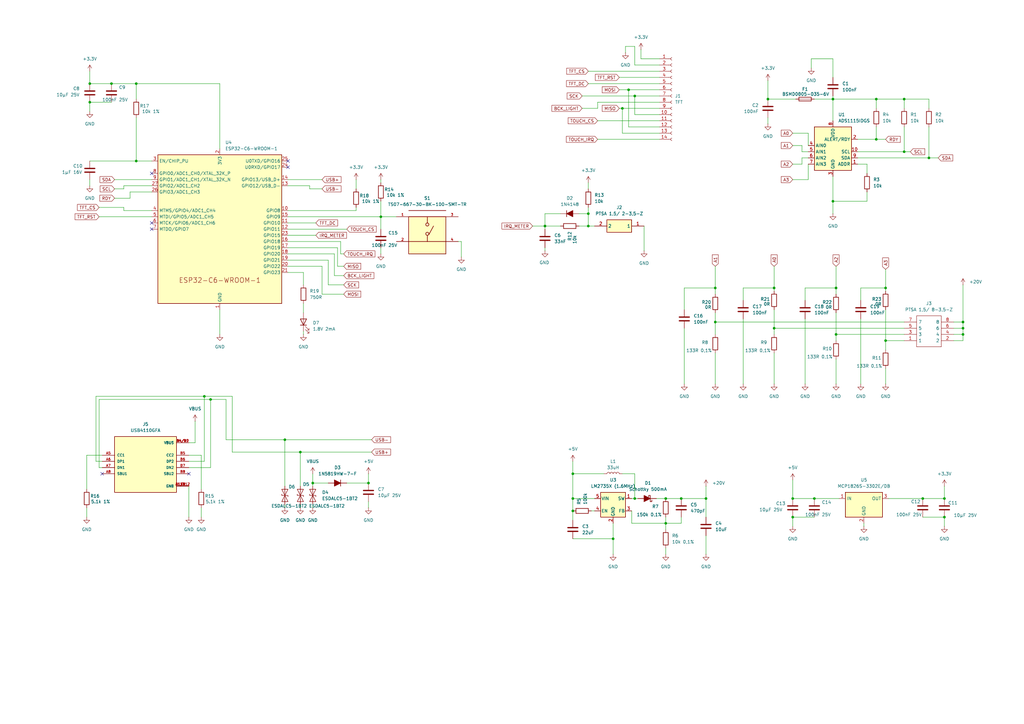
<source format=kicad_sch>
(kicad_sch (version 20250114) (generator "eeschema") (generator_version "9.0")
  (paper "A3")
  (junction (at 394.97 132.08))
  (junction (at 394.97 137.16))
  (junction (at 55.88 66.04))
  (junction (at 370.84 62.23))
  (junction (at 151.13 198.12))
  (junction (at 341.63 82.55))
  (junction (at 86.36 163.83))
  (junction (at 359.41 57.15))
  (junction (at 363.22 139.7))
  (junction (at 293.37 132.08))
  (junction (at 257.81 36.83))
  (junction (at 36.83 41.91))
  (junction (at 317.5 118.11))
  (junction (at 241.3 87.63))
  (junction (at 370.84 40.64))
  (junction (at 359.41 40.64))
  (junction (at 241.3 92.71))
  (junction (at 363.22 118.11))
  (junction (at 325.12 204.47))
  (junction (at 381 64.77))
  (junction (at 156.21 88.9))
  (junction (at 234.95 194.31))
  (junction (at 341.63 40.64))
  (junction (at 378.46 204.47))
  (junction (at 223.52 92.71))
  (junction (at 260.35 204.47))
  (junction (at 293.37 118.11))
  (junction (at 234.95 204.47))
  (junction (at 342.9 118.11))
  (junction (at 260.35 39.37))
  (junction (at 128.27 198.12))
  (junction (at 36.83 34.29))
  (junction (at 83.82 162.56))
  (junction (at 317.5 134.62))
  (junction (at 273.05 204.47))
  (junction (at 255.27 44.45))
  (junction (at 116.84 180.34))
  (junction (at 387.35 204.47))
  (junction (at 394.97 134.62))
  (junction (at 342.9 137.16))
  (junction (at 45.72 34.29))
  (junction (at 234.95 209.55))
  (junction (at 123.19 185.42))
  (junction (at 273.05 214.63))
  (junction (at 314.96 40.64))
  (junction (at 289.56 204.47))
  (junction (at 325.12 212.09))
  (junction (at 387.35 212.09))
  (junction (at 251.46 220.98))
  (junction (at 279.4 204.47))
  (junction (at 55.88 34.29))
  (junction (at 334.01 204.47))
  (no_connect (at 41.91 194.31))
  (no_connect (at 118.11 68.58))
  (no_connect (at 118.11 66.04))
  (no_connect (at 62.23 93.98))
  (no_connect (at 62.23 91.44))
  (no_connect (at 62.23 71.12))
  (no_connect (at 77.47 194.31))
  (wire (pts (xy 234.95 194.31) (xy 247.65 194.31)))
  (wire (pts (xy 83.82 189.23) (xy 83.82 162.56)))
  (wire (pts (xy 82.55 186.69) (xy 82.55 200.66)))
  (wire (pts (xy 40.64 163.83) (xy 86.36 163.83)))
  (wire (pts (xy 35.56 208.28) (xy 35.56 212.09)))
  (wire (pts (xy 330.2 130.81) (xy 330.2 157.48)))
  (wire (pts (xy 341.63 87.63) (xy 341.63 82.55)))
  (wire (pts (xy 118.11 111.76) (xy 124.46 111.76)))
  (wire (pts (xy 234.95 194.31) (xy 234.95 189.23)))
  (wire (pts (xy 270.51 52.07) (xy 257.81 52.07)))
  (wire (pts (xy 353.06 118.11) (xy 363.22 118.11)))
  (wire (pts (xy 55.88 48.26) (xy 55.88 66.04)))
  (wire (pts (xy 86.36 191.77) (xy 86.36 163.83)))
  (wire (pts (xy 238.76 44.45) (xy 245.11 44.45)))
  (wire (pts (xy 138.43 109.22) (xy 138.43 101.6)))
  (wire (pts (xy 363.22 127) (xy 363.22 139.7)))
  (wire (pts (xy 123.19 207.01) (xy 123.19 208.28)))
  (wire (pts (xy 341.63 24.13) (xy 341.63 31.75)))
  (wire (pts (xy 46.99 77.47) (xy 50.8 77.47)))
  (wire (pts (xy 86.36 163.83) (xy 92.71 163.83)))
  (wire (pts (xy 273.05 212.09) (xy 273.05 214.63)))
  (wire (pts (xy 273.05 224.79) (xy 273.05 227.33)))
  (wire (pts (xy 257.81 52.07) (xy 257.81 36.83)))
  (wire (pts (xy 370.84 62.23) (xy 373.38 62.23)))
  (wire (pts (xy 118.11 76.2) (xy 127 76.2)))
  (wire (pts (xy 229.87 87.63) (xy 223.52 87.63)))
  (wire (pts (xy 394.97 137.16) (xy 394.97 139.7)))
  (wire (pts (xy 151.13 194.31) (xy 151.13 198.12)))
  (wire (pts (xy 77.47 189.23) (xy 83.82 189.23)))
  (wire (pts (xy 134.62 106.68) (xy 118.11 106.68)))
  (wire (pts (xy 156.21 88.9) (xy 156.21 93.98)))
  (wire (pts (xy 257.81 36.83) (xy 270.51 36.83)))
  (wire (pts (xy 270.51 54.61) (xy 255.27 54.61)))
  (wire (pts (xy 55.88 34.29) (xy 90.17 34.29)))
  (wire (pts (xy 394.97 116.84) (xy 394.97 132.08)))
  (wire (pts (xy 325.12 212.09) (xy 334.01 212.09)))
  (wire (pts (xy 137.16 113.03) (xy 140.97 113.03)))
  (wire (pts (xy 351.79 67.31) (xy 355.6 67.31)))
  (wire (pts (xy 142.24 198.12) (xy 151.13 198.12)))
  (wire (pts (xy 363.22 139.7) (xy 370.84 139.7)))
  (wire (pts (xy 132.08 109.22) (xy 118.11 109.22)))
  (wire (pts (xy 127 77.47) (xy 132.08 77.47)))
  (wire (pts (xy 237.49 87.63) (xy 241.3 87.63)))
  (wire (pts (xy 55.88 66.04) (xy 62.23 66.04)))
  (wire (pts (xy 254 31.75) (xy 270.51 31.75)))
  (wire (pts (xy 62.23 76.2) (xy 50.8 76.2)))
  (wire (pts (xy 355.6 78.74) (xy 355.6 82.55)))
  (wire (pts (xy 359.41 40.64) (xy 359.41 44.45)))
  (wire (pts (xy 256.54 21.59) (xy 256.54 19.05)))
  (wire (pts (xy 118.11 86.36) (xy 146.05 86.36)))
  (wire (pts (xy 289.56 219.71) (xy 289.56 227.33)))
  (wire (pts (xy 116.84 199.39) (xy 116.84 180.34)))
  (wire (pts (xy 391.16 139.7) (xy 394.97 139.7)))
  (wire (pts (xy 314.96 33.02) (xy 314.96 40.64)))
  (wire (pts (xy 381 64.77) (xy 381 52.07)))
  (wire (pts (xy 127 76.2) (xy 127 77.47)))
  (wire (pts (xy 363.22 139.7) (xy 363.22 143.51)))
  (wire (pts (xy 262.89 24.13) (xy 262.89 20.32)))
  (wire (pts (xy 139.7 99.06) (xy 139.7 104.14)))
  (wire (pts (xy 118.11 96.52) (xy 129.54 96.52)))
  (wire (pts (xy 353.06 123.19) (xy 353.06 118.11)))
  (wire (pts (xy 242.57 209.55) (xy 243.84 209.55)))
  (wire (pts (xy 128.27 207.01) (xy 128.27 208.28)))
  (wire (pts (xy 254 36.83) (xy 257.81 36.83)))
  (wire (pts (xy 55.88 34.29) (xy 55.88 40.64)))
  (wire (pts (xy 260.35 19.05) (xy 260.35 26.67)))
  (wire (pts (xy 118.11 73.66) (xy 132.08 73.66)))
  (wire (pts (xy 254 44.45) (xy 255.27 44.45)))
  (wire (pts (xy 370.84 40.64) (xy 370.84 44.45)))
  (wire (pts (xy 260.35 194.31) (xy 260.35 204.47)))
  (wire (pts (xy 387.35 199.39) (xy 387.35 204.47)))
  (wire (pts (xy 223.52 92.71) (xy 229.87 92.71)))
  (wire (pts (xy 92.71 163.83) (xy 92.71 180.34)))
  (wire (pts (xy 317.5 144.78) (xy 317.5 157.48)))
  (wire (pts (xy 241.3 74.93) (xy 241.3 77.47)))
  (wire (pts (xy 156.21 73.66) (xy 156.21 74.93)))
  (wire (pts (xy 36.83 41.91) (xy 36.83 45.72)))
  (wire (pts (xy 40.64 191.77) (xy 41.91 191.77)))
  (wire (pts (xy 280.67 134.62) (xy 280.67 157.48)))
  (wire (pts (xy 317.5 134.62) (xy 317.5 137.16)))
  (wire (pts (xy 330.2 123.19) (xy 330.2 118.11)))
  (wire (pts (xy 234.95 220.98) (xy 251.46 220.98)))
  (wire (pts (xy 387.35 204.47) (xy 378.46 204.47)))
  (wire (pts (xy 293.37 109.22) (xy 293.37 118.11)))
  (wire (pts (xy 314.96 48.26) (xy 314.96 50.8)))
  (wire (pts (xy 156.21 101.6) (xy 156.21 104.14)))
  (wire (pts (xy 325.12 212.09) (xy 325.12 215.9)))
  (wire (pts (xy 293.37 118.11) (xy 293.37 120.65)))
  (wire (pts (xy 304.8 123.19) (xy 304.8 118.11)))
  (wire (pts (xy 62.23 78.74) (xy 53.34 78.74)))
  (wire (pts (xy 36.83 41.91) (xy 45.72 41.91)))
  (wire (pts (xy 279.4 204.47) (xy 273.05 204.47)))
  (wire (pts (xy 363.22 110.49) (xy 363.22 118.11)))
  (wire (pts (xy 124.46 124.46) (xy 124.46 128.27)))
  (wire (pts (xy 255.27 44.45) (xy 270.51 44.45)))
  (wire (pts (xy 53.34 78.74) (xy 53.34 81.28)))
  (wire (pts (xy 391.16 137.16) (xy 394.97 137.16)))
  (wire (pts (xy 62.23 86.36) (xy 50.8 86.36)))
  (wire (pts (xy 370.84 40.64) (xy 381 40.64)))
  (wire (pts (xy 341.63 72.39) (xy 341.63 82.55)))
  (wire (pts (xy 332.74 24.13) (xy 341.63 24.13)))
  (wire (pts (xy 241.3 92.71) (xy 243.84 92.71)))
  (wire (pts (xy 259.08 214.63) (xy 273.05 214.63)))
  (wire (pts (xy 328.93 62.23) (xy 331.47 62.23)))
  (wire (pts (xy 234.95 194.31) (xy 234.95 204.47)))
  (wire (pts (xy 151.13 205.74) (xy 151.13 208.28)))
  (wire (pts (xy 394.97 134.62) (xy 394.97 137.16)))
  (wire (pts (xy 293.37 132.08) (xy 293.37 137.16)))
  (wire (pts (xy 256.54 19.05) (xy 260.35 19.05)))
  (wire (pts (xy 223.52 87.63) (xy 223.52 92.71)))
  (wire (pts (xy 90.17 127) (xy 90.17 137.16)))
  (wire (pts (xy 77.47 186.69) (xy 82.55 186.69)))
  (wire (pts (xy 355.6 67.31) (xy 355.6 71.12)))
  (wire (pts (xy 351.79 62.23) (xy 370.84 62.23)))
  (wire (pts (xy 334.01 40.64) (xy 341.63 40.64)))
  (wire (pts (xy 156.21 88.9) (xy 162.56 88.9)))
  (wire (pts (xy 95.25 185.42) (xy 123.19 185.42)))
  (wire (pts (xy 245.11 41.91) (xy 245.11 44.45)))
  (wire (pts (xy 328.93 67.31) (xy 328.93 64.77)))
  (wire (pts (xy 39.37 162.56) (xy 83.82 162.56)))
  (wire (pts (xy 36.83 73.66) (xy 36.83 76.2)))
  (wire (pts (xy 118.11 88.9) (xy 156.21 88.9)))
  (wire (pts (xy 255.27 54.61) (xy 255.27 44.45)))
  (wire (pts (xy 341.63 40.64) (xy 359.41 40.64)))
  (wire (pts (xy 259.08 209.55) (xy 259.08 214.63)))
  (wire (pts (xy 325.12 204.47) (xy 334.01 204.47)))
  (wire (pts (xy 293.37 128.27) (xy 293.37 132.08)))
  (wire (pts (xy 237.49 92.71) (xy 241.3 92.71)))
  (wire (pts (xy 317.5 134.62) (xy 370.84 134.62)))
  (wire (pts (xy 116.84 207.01) (xy 116.84 208.28)))
  (wire (pts (xy 359.41 57.15) (xy 351.79 57.15)))
  (wire (pts (xy 82.55 208.28) (xy 82.55 212.09)))
  (wire (pts (xy 351.79 64.77) (xy 381 64.77)))
  (wire (pts (xy 123.19 185.42) (xy 123.19 199.39)))
  (wire (pts (xy 118.11 99.06) (xy 139.7 99.06)))
  (wire (pts (xy 331.47 54.61) (xy 331.47 59.69)))
  (wire (pts (xy 251.46 214.63) (xy 251.46 220.98)))
  (wire (pts (xy 241.3 34.29) (xy 270.51 34.29)))
  (wire (pts (xy 39.37 189.23) (xy 41.91 189.23)))
  (wire (pts (xy 270.51 49.53) (xy 245.11 49.53)))
  (wire (pts (xy 341.63 39.37) (xy 341.63 40.64)))
  (wire (pts (xy 359.41 57.15) (xy 363.22 57.15)))
  (wire (pts (xy 138.43 109.22) (xy 140.97 109.22)))
  (wire (pts (xy 394.97 132.08) (xy 394.97 134.62)))
  (wire (pts (xy 255.27 194.31) (xy 260.35 194.31)))
  (wire (pts (xy 273.05 214.63) (xy 279.4 214.63)))
  (wire (pts (xy 46.99 81.28) (xy 53.34 81.28)))
  (wire (pts (xy 304.8 118.11) (xy 317.5 118.11)))
  (wire (pts (xy 132.08 120.65) (xy 140.97 120.65)))
  (wire (pts (xy 139.7 104.14) (xy 140.97 104.14)))
  (wire (pts (xy 50.8 76.2) (xy 50.8 77.47)))
  (wire (pts (xy 342.9 118.11) (xy 342.9 120.65)))
  (wire (pts (xy 391.16 132.08) (xy 394.97 132.08)))
  (wire (pts (xy 80.01 181.61) (xy 77.47 181.61)))
  (wire (pts (xy 118.11 93.98) (xy 142.24 93.98)))
  (wire (pts (xy 35.56 186.69) (xy 41.91 186.69)))
  (wire (pts (xy 90.17 34.29) (xy 90.17 60.96)))
  (wire (pts (xy 269.24 204.47) (xy 273.05 204.47)))
  (wire (pts (xy 370.84 62.23) (xy 370.84 52.07)))
  (wire (pts (xy 331.47 73.66) (xy 331.47 67.31)))
  (wire (pts (xy 128.27 194.31) (xy 128.27 198.12)))
  (wire (pts (xy 45.72 34.29) (xy 55.88 34.29)))
  (wire (pts (xy 293.37 132.08) (xy 370.84 132.08)))
  (wire (pts (xy 40.64 88.9) (xy 62.23 88.9)))
  (wire (pts (xy 280.67 118.11) (xy 280.67 127)))
  (wire (pts (xy 359.41 40.64) (xy 370.84 40.64)))
  (wire (pts (xy 187.96 99.06) (xy 189.23 99.06)))
  (wire (pts (xy 156.21 82.55) (xy 156.21 88.9)))
  (wire (pts (xy 354.33 214.63) (xy 354.33 215.9)))
  (wire (pts (xy 50.8 86.36) (xy 50.8 85.09)))
  (wire (pts (xy 293.37 144.78) (xy 293.37 157.48)))
  (wire (pts (xy 124.46 135.89) (xy 124.46 137.16)))
  (wire (pts (xy 241.3 87.63) (xy 241.3 92.71)))
  (wire (pts (xy 138.43 101.6) (xy 118.11 101.6)))
  (wire (pts (xy 39.37 162.56) (xy 39.37 189.23)))
  (wire (pts (xy 245.11 57.15) (xy 270.51 57.15)))
  (wire (pts (xy 289.56 204.47) (xy 279.4 204.47)))
  (wire (pts (xy 137.16 104.14) (xy 118.11 104.14)))
  (wire (pts (xy 270.51 41.91) (xy 245.11 41.91)))
  (wire (pts (xy 241.3 29.21) (xy 270.51 29.21)))
  (wire (pts (xy 364.49 204.47) (xy 378.46 204.47)))
  (wire (pts (xy 304.8 130.81) (xy 304.8 157.48)))
  (wire (pts (xy 387.35 212.09) (xy 378.46 212.09)))
  (wire (pts (xy 259.08 204.47) (xy 260.35 204.47)))
  (wire (pts (xy 128.27 198.12) (xy 128.27 199.39)))
  (wire (pts (xy 328.93 59.69) (xy 328.93 62.23)))
  (wire (pts (xy 342.9 137.16) (xy 342.9 139.7)))
  (wire (pts (xy 118.11 91.44) (xy 129.54 91.44)))
  (wire (pts (xy 40.64 85.09) (xy 50.8 85.09)))
  (wire (pts (xy 223.52 93.98) (xy 223.52 92.71)))
  (wire (pts (xy 330.2 118.11) (xy 342.9 118.11)))
  (wire (pts (xy 334.01 204.47) (xy 344.17 204.47)))
  (wire (pts (xy 36.83 34.29) (xy 45.72 34.29)))
  (wire (pts (xy 146.05 73.66) (xy 146.05 77.47)))
  (wire (pts (xy 270.51 46.99) (xy 260.35 46.99)))
  (wire (pts (xy 279.4 214.63) (xy 279.4 212.09)))
  (wire (pts (xy 234.95 209.55) (xy 234.95 213.36)))
  (wire (pts (xy 77.47 191.77) (xy 86.36 191.77)))
  (wire (pts (xy 353.06 130.81) (xy 353.06 157.48)))
  (wire (pts (xy 325.12 196.85) (xy 325.12 204.47)))
  (wire (pts (xy 264.16 102.87) (xy 264.16 92.71)))
  (wire (pts (xy 342.9 137.16) (xy 370.84 137.16)))
  (wire (pts (xy 325.12 59.69) (xy 328.93 59.69)))
  (wire (pts (xy 260.35 46.99) (xy 260.35 39.37)))
  (wire (pts (xy 80.01 172.72) (xy 80.01 181.61)))
  (wire (pts (xy 189.23 99.06) (xy 189.23 105.41)))
  (wire (pts (xy 260.35 39.37) (xy 270.51 39.37)))
  (wire (pts (xy 328.93 64.77) (xy 331.47 64.77)))
  (wire (pts (xy 128.27 198.12) (xy 134.62 198.12)))
  (wire (pts (xy 293.37 118.11) (xy 280.67 118.11)))
  (wire (pts (xy 332.74 27.94) (xy 332.74 24.13)))
  (wire (pts (xy 116.84 180.34) (xy 152.4 180.34)))
  (wire (pts (xy 381 64.77) (xy 384.81 64.77)))
  (wire (pts (xy 342.9 109.22) (xy 342.9 118.11)))
  (wire (pts (xy 387.35 212.09) (xy 387.35 215.9)))
  (wire (pts (xy 317.5 118.11) (xy 317.5 119.38)))
  (wire (pts (xy 223.52 101.6) (xy 223.52 102.87)))
  (wire (pts (xy 134.62 116.84) (xy 134.62 106.68)))
  (wire (pts (xy 317.5 127) (xy 317.5 134.62)))
  (wire (pts (xy 381 40.64) (xy 381 44.45)))
  (wire (pts (xy 341.63 40.64) (xy 341.63 49.53)))
  (wire (pts (xy 363.22 118.11) (xy 363.22 119.38)))
  (wire (pts (xy 325.12 73.66) (xy 331.47 73.66)))
  (wire (pts (xy 123.19 185.42) (xy 152.4 185.42)))
  (wire (pts (xy 238.76 39.37) (xy 260.35 39.37)))
  (wire (pts (xy 234.95 204.47) (xy 234.95 209.55)))
  (wire (pts (xy 134.62 116.84) (xy 140.97 116.84)))
  (wire (pts (xy 270.51 24.13) (xy 262.89 24.13)))
  (wire (pts (xy 391.16 134.62) (xy 394.97 134.62)))
  (wire (pts (xy 95.25 162.56) (xy 95.25 185.42)))
  (wire (pts (xy 260.35 26.67) (xy 270.51 26.67)))
  (wire (pts (xy 36.83 66.04) (xy 55.88 66.04)))
  (wire (pts (xy 260.35 204.47) (xy 261.62 204.47)))
  (wire (pts (xy 342.9 147.32) (xy 342.9 157.48)))
  (wire (pts (xy 363.22 151.13) (xy 363.22 157.48)))
  (wire (pts (xy 359.41 52.07) (xy 359.41 57.15)))
  (wire (pts (xy 124.46 111.76) (xy 124.46 116.84)))
  (wire (pts (xy 251.46 220.98) (xy 251.46 227.33)))
  (wire (pts (xy 234.95 204.47) (xy 243.84 204.47)))
  (wire (pts (xy 289.56 199.39) (xy 289.56 204.47)))
  (wire (pts (xy 273.05 214.63) (xy 273.05 217.17)))
  (wire (pts (xy 355.6 82.55) (xy 341.63 82.55)))
  (wire (pts (xy 35.56 186.69) (xy 35.56 200.66)))
  (wire (pts (xy 146.05 86.36) (xy 146.05 85.09)))
  (wire (pts (xy 325.12 54.61) (xy 331.47 54.61)))
  (wire (pts (xy 40.64 163.83) (xy 40.64 191.77)))
  (wire (pts (xy 314.96 40.64) (xy 326.39 40.64)))
  (wire (pts (xy 132.08 120.65) (xy 132.08 109.22)))
  (wire (pts (xy 342.9 128.27) (xy 342.9 137.16)))
  (wire (pts (xy 317.5 109.22) (xy 317.5 118.11)))
  (wire (pts (xy 92.71 180.34) (xy 116.84 180.34)))
  (wire (pts (xy 83.82 162.56) (xy 95.25 162.56)))
  (wire (pts (xy 77.47 199.39) (xy 77.47 212.09)))
  (wire (pts (xy 46.99 73.66) (xy 62.23 73.66)))
  (wire (pts (xy 36.83 29.21) (xy 36.83 34.29)))
  (wire (pts (xy 137.16 113.03) (xy 137.16 104.14)))
  (wire (pts (xy 325.12 67.31) (xy 328.93 67.31)))
  (wire (pts (xy 241.3 85.09) (xy 241.3 87.63)))
  (wire (pts (xy 289.56 204.47) (xy 289.56 212.09)))
  (wire (pts (xy 223.52 92.71) (xy 218.44 92.71)))
  (global_label "USB-" (shape input) (at 132.08 77.47 0) (property "Intersheetrefs" "${INTERSHEET_REFS}" (effects (hide yes))))
  (global_label "MISO" (shape input) (at 140.97 109.22 0) (property "Intersheetrefs" "${INTERSHEET_REFS}" (effects (hide yes))))
  (global_label "A1" (shape input) (at 293.37 109.22 90) (property "Intersheetrefs" "${INTERSHEET_REFS}" (effects (hide yes))))
  (global_label "USB+" (shape input) (at 132.08 73.66 0) (property "Intersheetrefs" "${INTERSHEET_REFS}" (effects (hide yes))))
  (global_label "TOUCH_IRQ" (shape input) (at 245.11 57.15 180) (property "Intersheetrefs" "${INTERSHEET_REFS}" (effects (hide yes))))
  (global_label "TOUCH_IRQ" (shape input) (at 140.97 104.14 0) (property "Intersheetrefs" "${INTERSHEET_REFS}" (effects (hide yes))))
  (global_label "BCK_LIGHT" (shape input) (at 140.97 113.03 0) (property "Intersheetrefs" "${INTERSHEET_REFS}" (effects (hide yes))))
  (global_label "SDA" (shape input) (at 384.81 64.77 0) (property "Intersheetrefs" "${INTERSHEET_REFS}" (effects (hide yes))))
  (global_label "A2" (shape input) (at 325.12 67.31 180) (property "Intersheetrefs" "${INTERSHEET_REFS}" (effects (hide yes))))
  (global_label "SCL" (shape input) (at 373.38 62.23 0) (property "Intersheetrefs" "${INTERSHEET_REFS}" (effects (hide yes))))
  (global_label "BCK_LIGHT" (shape input) (at 238.76 44.45 180) (property "Intersheetrefs" "${INTERSHEET_REFS}" (effects (hide yes))))
  (global_label "TFT_DC" (shape input) (at 129.54 91.44 0) (property "Intersheetrefs" "${INTERSHEET_REFS}" (effects (hide yes))))
  (global_label "A3" (shape input) (at 363.22 110.49 90) (property "Intersheetrefs" "${INTERSHEET_REFS}" (effects (hide yes))))
  (global_label "SCK" (shape input) (at 140.97 116.84 0) (property "Intersheetrefs" "${INTERSHEET_REFS}" (effects (hide yes))))
  (global_label "A2" (shape input) (at 342.9 109.22 90) (property "Intersheetrefs" "${INTERSHEET_REFS}" (effects (hide yes))))
  (global_label "MISO" (shape input) (at 254 44.45 180) (property "Intersheetrefs" "${INTERSHEET_REFS}" (effects (hide yes))))
  (global_label "USB+" (shape input) (at 152.4 185.42 0) (property "Intersheetrefs" "${INTERSHEET_REFS}" (effects (hide yes))))
  (global_label "SCL" (shape input) (at 46.99 77.47 180) (property "Intersheetrefs" "${INTERSHEET_REFS}" (effects (hide yes))))
  (global_label "IRQ_METER" (shape input) (at 218.44 92.71 180) (property "Intersheetrefs" "${INTERSHEET_REFS}" (effects (hide yes))))
  (global_label "SCK" (shape input) (at 238.76 39.37 180) (property "Intersheetrefs" "${INTERSHEET_REFS}" (effects (hide yes))))
  (global_label "A1" (shape input) (at 325.12 59.69 180) (property "Intersheetrefs" "${INTERSHEET_REFS}" (effects (hide yes))))
  (global_label "TFT_DC" (shape input) (at 241.3 34.29 180) (property "Intersheetrefs" "${INTERSHEET_REFS}" (effects (hide yes))))
  (global_label "TFT_RST" (shape input) (at 254 31.75 180) (property "Intersheetrefs" "${INTERSHEET_REFS}" (effects (hide yes))))
  (global_label "SDA" (shape input) (at 46.99 73.66 180) (property "Intersheetrefs" "${INTERSHEET_REFS}" (effects (hide yes))))
  (global_label "USB-" (shape input) (at 152.4 180.34 0) (property "Intersheetrefs" "${INTERSHEET_REFS}" (effects (hide yes))))
  (global_label "A3" (shape input) (at 325.12 73.66 180) (property "Intersheetrefs" "${INTERSHEET_REFS}" (effects (hide yes))))
  (global_label "A0" (shape input) (at 317.5 109.22 90) (property "Intersheetrefs" "${INTERSHEET_REFS}" (effects (hide yes))))
  (global_label "TOUCH_CS" (shape input) (at 142.24 93.98 0) (property "Intersheetrefs" "${INTERSHEET_REFS}" (effects (hide yes))))
  (global_label "MOSI" (shape input) (at 140.97 120.65 0) (property "Intersheetrefs" "${INTERSHEET_REFS}" (effects (hide yes))))
  (global_label "TOUCH_CS" (shape input) (at 245.11 49.53 180) (property "Intersheetrefs" "${INTERSHEET_REFS}" (effects (hide yes))))
  (global_label "TFT_CS" (shape input) (at 241.3 29.21 180) (property "Intersheetrefs" "${INTERSHEET_REFS}" (effects (hide yes))))
  (global_label "MOSI" (shape input) (at 254 36.83 180) (property "Intersheetrefs" "${INTERSHEET_REFS}" (effects (hide yes))))
  (global_label "RDY" (shape input) (at 46.99 81.28 180) (property "Intersheetrefs" "${INTERSHEET_REFS}" (effects (hide yes))))
  (global_label "IRQ_METER" (shape input) (at 129.54 96.52 0) (property "Intersheetrefs" "${INTERSHEET_REFS}" (effects (hide yes))))
  (global_label "RDY" (shape input) (at 363.22 57.15 0) (property "Intersheetrefs" "${INTERSHEET_REFS}" (effects (hide yes))))
  (global_label "TFT_RST" (shape input) (at 40.64 88.9 180) (property "Intersheetrefs" "${INTERSHEET_REFS}" (effects (hide yes))))
  (global_label "A0" (shape input) (at 325.12 54.61 180) (property "Intersheetrefs" "${INTERSHEET_REFS}" (effects (hide yes))))
  (global_label "TFT_CS" (shape input) (at 40.64 85.09 180) (property "Intersheetrefs" "${INTERSHEET_REFS}" (effects (hide yes))))
  (symbol (lib_id "Device:R") (at 233.68 92.71 90) (unit 1)
    (property "Reference" "R12" (at 233.68 98.806 0) (effects (justify left)))
    (property "Value" "10k" (at 235.712 100.076 0) (effects (justify left)))
    (property "Footprint" "Resistor_SMD:R_0805_2012Metric_Pad1.20x1.40mm_HandSolder" (effects (hide yes)))
    (property "Description" "Resistor" (effects (hide yes)))
  )
  (symbol (lib_id "power:VBUS") (at 80.01 172.72 0) (unit 1)
    (property "Reference" "#PWR050" (effects (hide yes)))
    (property "Value" "VBUS" (at 80.01 167.64 0))
    (property "Description" "Power symbol creates a global label with name \"VBUS\"" (effects (hide yes)))
  )
  (symbol (lib_id "power:GND") (at 387.35 215.9 0) (unit 1)
    (property "Reference" "#PWR042" (effects (hide yes)))
    (property "Value" "GND" (at 387.35 220.98 0))
    (property "Description" "Power symbol creates a global label with name \"GND\" , ground" (effects (hide yes)))
  )
  (symbol (lib_id "USB4110GFA:USB4110GFA") (at 59.69 189.23 0) (unit 1)
    (property "Reference" "J5" (at 59.69 173.99 0))
    (property "Value" "USB4110GFA" (at 59.69 176.53 0))
    (property "Footprint" "GCT-USB4110GFA:GCT_USB4110GFA" (effects (hide yes)))
    (property "MF" "Global Connector Technology" (effects (hide yes)))
    (property "Description_1" "\nUSB-C (USB TYPE-C) USB 2.0 Receptacle Connector 24 (16+8 Dummy) Position Surface Mount, Right Angle\n" (effects (hide yes)))
    (property "Package" "None" (effects (hide yes)))
    (property "Price" "None" (effects (hide yes)))
    (property "SnapEDA_Link" "https://www.snapeda.com/parts/USB4110GFA/Global+Connector+Technology/view-part/?ref=snap" (effects (hide yes)))
    (property "MP" "USB4110GFA" (effects (hide yes)))
    (property "Purchase-URL" "https://www.snapeda.com/api/url_track_click_mouser/?unipart_id=7348857&manufacturer=Global Connector Technology&part_name=USB4110GFA&search_term=usb4110-gf-a" (effects (hide yes)))
    (property "Availability" "In Stock" (effects (hide yes)))
    (property "Check_prices" "https://www.snapeda.com/parts/USB4110GFA/Global+Connector+Technology/view-part/?ref=eda" (effects (hide yes)))
  )
  (symbol (lib_id "power:VBUS") (at 128.27 194.31 0) (unit 1)
    (property "Reference" "#PWR031" (effects (hide yes)))
    (property "Value" "VBUS" (at 128.27 189.23 0))
    (property "Description" "Power symbol creates a global label with name \"VBUS\"" (effects (hide yes)))
  )
  (symbol (lib_id "power:+5V") (at 325.12 196.85 0) (unit 1)
    (property "Reference" "#PWR043" (effects (hide yes)))
    (property "Value" "+5V" (at 325.12 191.77 0))
    (property "Description" "Power symbol creates a global label with name \"+5V\"" (effects (hide yes)))
  )
  (symbol (lib_id "Device:R") (at 82.55 204.47 180) (unit 1)
    (property "Reference" "R15" (at 87.884 203.454 0) (effects (justify left)))
    (property "Value" "5.1k 1%" (at 92.202 205.74 0) (effects (justify left)))
    (property "Footprint" "Resistor_SMD:R_0805_2012Metric_Pad1.20x1.40mm_HandSolder" (effects (hide yes)))
    (property "Description" "Resistor" (effects (hide yes)))
  )
  (symbol (lib_id "power:GND") (at 341.63 87.63 0) (unit 1)
    (property "Reference" "#PWR01" (effects (hide yes)))
    (property "Value" "GND" (at 341.63 92.71 0))
    (property "Description" "Power symbol creates a global label with name \"GND\" , ground" (effects (hide yes)))
  )
  (symbol (lib_id "Device:C") (at 234.95 217.17 0) (unit 1)
    (property "Reference" "C3" (at 238.76 215.8999 0) (effects (justify left)))
    (property "Value" "22uF" (at 238.76 218.4399 0) (effects (justify left)))
    (property "Footprint" "Capacitor_SMD:C_0805_2012Metric_Pad1.18x1.45mm_HandSolder" (effects (hide yes)))
    (property "Datasheet" "6.3V X5R" (effects (hide yes)))
    (property "Description" "Unpolarized capacitor" (effects (hide yes)))
  )
  (symbol (lib_id "power:GND") (at 36.83 45.72 0) (unit 1)
    (property "Reference" "#PWR038" (effects (hide yes)))
    (property "Value" "GND" (at 36.83 50.8 0))
    (property "Description" "Power symbol creates a global label with name \"GND\" , ground" (effects (hide yes)))
  )
  (symbol (lib_id "Device:R") (at 342.9 124.46 0) (unit 1)
    (property "Reference" "R22" (at 337.312 123.952 0) (effects (justify left)))
    (property "Value" "0R" (at 338.582 125.984 0) (effects (justify left)))
    (property "Footprint" "Resistor_SMD:R_0805_2012Metric_Pad1.20x1.40mm_HandSolder" (effects (hide yes)))
    (property "Description" "Resistor" (effects (hide yes)))
  )
  (symbol (lib_id "power:GND") (at 128.27 208.28 0) (unit 1)
    (property "Reference" "#PWR034" (effects (hide yes)))
    (property "Value" "GND" (at 128.27 213.36 0))
    (property "Description" "Power symbol creates a global label with name \"GND\" , ground" (effects (hide yes)))
  )
  (symbol (lib_id "power:GND") (at 251.46 227.33 0) (unit 1)
    (property "Reference" "#PWR08" (effects (hide yes)))
    (property "Value" "GND" (at 251.46 232.41 0))
    (property "Description" "Power symbol creates a global label with name \"GND\" , ground" (effects (hide yes)))
  )
  (symbol (lib_id "power:GND") (at 363.22 157.48 0) (unit 1)
    (property "Reference" "#PWR017" (effects (hide yes)))
    (property "Value" "GND" (at 363.22 162.56 0))
    (property "Description" "Power symbol creates a global label with name \"GND\" , ground" (effects (hide yes)))
  )
  (symbol (lib_id "power:+24V") (at 289.56 199.39 0) (unit 1)
    (property "Reference" "#PWR012" (effects (hide yes)))
    (property "Value" "+20V" (at 292.1 198.1199 0) (effects (justify left)))
    (property "Description" "Power symbol creates a global label with name \"+24V\"" (effects (hide yes)))
  )
  (symbol (lib_id "power:GND") (at 82.55 212.09 0) (unit 1)
    (property "Reference" "#PWR029" (effects (hide yes)))
    (property "Value" "GND" (at 82.55 217.17 0))
    (property "Description" "Power symbol creates a global label with name \"GND\" , ground" (effects (hide yes)))
  )
  (symbol (lib_id "Device:L") (at 251.46 194.31 90) (unit 1)
    (property "Reference" "L1" (at 251.46 189.23 90))
    (property "Value" "33uH" (at 251.46 191.77 90))
    (property "Footprint" "Inductor_SMD:L_10.4x10.4_H4.8" (effects (hide yes)))
    (property "Datasheet" "500mA" (effects (hide yes)))
    (property "Description" "Inductor" (effects (hide yes)))
  )
  (symbol (lib_id "Device:R") (at 381 48.26 0) (unit 1)
    (property "Reference" "R2" (at 383.54 46.9899 0) (effects (justify left)))
    (property "Value" "10k" (at 383.54 49.5299 0) (effects (justify left)))
    (property "Footprint" "Resistor_SMD:R_0805_2012Metric_Pad1.20x1.40mm_HandSolder" (effects (hide yes)))
    (property "Description" "Resistor" (effects (hide yes)))
  )
  (symbol (lib_id "power:GND") (at 314.96 50.8 0) (unit 1)
    (property "Reference" "#PWR06" (effects (hide yes)))
    (property "Value" "GND" (at 314.96 55.88 0))
    (property "Description" "Power symbol creates a global label with name \"GND\" , ground" (effects (hide yes)))
  )
  (symbol (lib_id "Device:R") (at 55.88 44.45 180) (unit 1)
    (property "Reference" "R17" (at 61.214 43.434 0) (effects (justify left)))
    (property "Value" "10k 1%" (at 65.532 45.72 0) (effects (justify left)))
    (property "Footprint" "Resistor_SMD:R_0805_2012Metric_Pad1.20x1.40mm_HandSolder" (effects (hide yes)))
    (property "Description" "Resistor" (effects (hide yes)))
  )
  (symbol (lib_id "Device:R") (at 293.37 124.46 0) (unit 1)
    (property "Reference" "R20" (at 287.782 123.952 0) (effects (justify left)))
    (property "Value" "0R" (at 289.052 125.984 0) (effects (justify left)))
    (property "Footprint" "Resistor_SMD:R_0805_2012Metric_Pad1.20x1.40mm_HandSolder" (effects (hide yes)))
    (property "Description" "Resistor" (effects (hide yes)))
  )
  (symbol (lib_id "Device:R") (at 317.5 123.19 0) (unit 1)
    (property "Reference" "R21" (at 311.912 122.682 0) (effects (justify left)))
    (property "Value" "0R" (at 313.182 124.714 0) (effects (justify left)))
    (property "Footprint" "Resistor_SMD:R_0805_2012Metric_Pad1.20x1.40mm_HandSolder" (effects (hide yes)))
    (property "Description" "Resistor" (effects (hide yes)))
  )
  (symbol (lib_id "Connector:Conn_01x14_Socket") (at 275.59 39.37 0) (unit 1)
    (property "Reference" "J1" (at 276.86 39.3699 0) (effects (justify left)))
    (property "Value" "TFT" (at 276.86 41.9099 0) (effects (justify left)))
    (property "Footprint" "Connector_PinHeader_2.54mm:PinHeader_1x14_P2.54mm_Vertical" (effects (hide yes)))
    (property "Description" "Generic connector, single row, 01x14, script generated" (effects (hide yes)))
  )
  (symbol (lib_id "Analog_ADC:ADS1115IDGS") (at 341.63 62.23 0) (unit 1)
    (property "Reference" "U1" (at 343.8241 46.99 0) (effects (justify left)))
    (property "Value" "ADS1115IDGS" (at 343.8241 49.53 0) (effects (justify left)))
    (property "Footprint" "Package_SO:TSSOP-10_3x3mm_P0.5mm" (effects (hide yes)))
    (property "Datasheet" "http://www.ti.com/lit/ds/symlink/ads1113.pdf" (effects (hide yes)))
    (property "Description" "Ultra-Small, Low-Power, I2C-Compatible, 860-SPS, 16-Bit ADCs With Internal Reference, Oscillator, and Programmable Comparator, VSSOP-10" (effects (hide yes)))
  )
  (symbol (lib_id "Device:R") (at 146.05 81.28 180) (unit 1)
    (property "Reference" "R18" (at 151.384 80.264 0) (effects (justify left)))
    (property "Value" "10k 1%" (at 155.702 82.55 0) (effects (justify left)))
    (property "Footprint" "Resistor_SMD:R_0805_2012Metric_Pad1.20x1.40mm_HandSolder" (effects (hide yes)))
    (property "Description" "Resistor" (effects (hide yes)))
  )
  (symbol (lib_id "Device:R") (at 238.76 209.55 90) (unit 1)
    (property "Reference" "R5" (at 237.4899 207.01 0) (effects (justify left)))
    (property "Value" "100k" (at 240.0299 207.01 0) (effects (justify left)))
    (property "Footprint" "Resistor_SMD:R_0805_2012Metric_Pad1.20x1.40mm_HandSolder" (effects (hide yes)))
    (property "Description" "Resistor" (effects (hide yes)))
  )
  (symbol (lib_id "power:+3.3V") (at 146.05 73.66 0) (unit 1)
    (property "Reference" "#PWR040" (effects (hide yes)))
    (property "Value" "+3.3V" (at 146.05 68.58 0))
    (property "Description" "Power symbol creates a global label with name \"+3.3V\"" (effects (hide yes)))
  )
  (symbol (lib_id "Device:C") (at 36.83 69.85 0) (unit 1)
    (property "Reference" "C10" (at 29.972 68.072 0) (effects (justify left)))
    (property "Value" "1µF 16V" (at 25.4 70.612 0) (effects (justify left)))
    (property "Footprint" "Capacitor_SMD:C_0805_2012Metric_Pad1.18x1.45mm_HandSolder" (effects (hide yes)))
    (property "Datasheet" "35V X5R" (effects (hide yes)))
    (property "Description" "Unpolarized capacitor" (effects (hide yes)))
  )
  (symbol (lib_id "power:GND") (at 273.05 227.33 0) (unit 1)
    (property "Reference" "#PWR011" (effects (hide yes)))
    (property "Value" "GND" (at 273.05 232.41 0))
    (property "Description" "Power symbol creates a global label with name \"GND\" , ground" (effects (hide yes)))
  )
  (symbol (lib_id "power:GND") (at 116.84 208.28 0) (unit 1)
    (property "Reference" "#PWR036" (effects (hide yes)))
    (property "Value" "GND" (at 116.84 213.36 0))
    (property "Description" "Power symbol creates a global label with name \"GND\" , ground" (effects (hide yes)))
  )
  (symbol (lib_id "Device:R") (at 355.6 74.93 0) (unit 1)
    (property "Reference" "R3" (at 358.14 73.6599 0) (effects (justify left)))
    (property "Value" "10k" (at 358.14 76.1999 0) (effects (justify left)))
    (property "Footprint" "Resistor_SMD:R_0805_2012Metric_Pad1.20x1.40mm_HandSolder" (effects (hide yes)))
    (property "Description" "Resistor" (effects (hide yes)))
  )
  (symbol (lib_id "Device:R") (at 363.22 123.19 0) (unit 1)
    (property "Reference" "R23" (at 357.632 122.682 0) (effects (justify left)))
    (property "Value" "0R" (at 358.902 124.714 0) (effects (justify left)))
    (property "Footprint" "Resistor_SMD:R_0805_2012Metric_Pad1.20x1.40mm_HandSolder" (effects (hide yes)))
    (property "Description" "Resistor" (effects (hide yes)))
  )
  (symbol (lib_id "Device:R") (at 342.9 143.51 0) (unit 1)
    (property "Reference" "R10" (at 337.312 143.002 0) (effects (justify left)))
    (property "Value" "133R 0,1%" (at 330.962 146.304 0) (effects (justify left)))
    (property "Footprint" "Resistor_SMD:R_0805_2012Metric_Pad1.20x1.40mm_HandSolder" (effects (hide yes)))
    (property "Description" "Resistor" (effects (hide yes)))
  )
  (symbol (lib_id "power:GND") (at 342.9 157.48 0) (unit 1)
    (property "Reference" "#PWR016" (effects (hide yes)))
    (property "Value" "GND" (at 342.9 162.56 0))
    (property "Description" "Power symbol creates a global label with name \"GND\" , ground" (effects (hide yes)))
  )
  (symbol (lib_id "power:GND") (at 332.74 27.94 0) (unit 1)
    (property "Reference" "#PWR05" (effects (hide yes)))
    (property "Value" "GND" (at 332.74 33.02 0))
    (property "Description" "Power symbol creates a global label with name \"GND\" , ground" (effects (hide yes)))
  )
  (symbol (lib_id "Device:R") (at 317.5 140.97 0) (unit 1)
    (property "Reference" "R9" (at 311.912 140.462 0) (effects (justify left)))
    (property "Value" "133R 0,1%" (at 305.562 143.764 0) (effects (justify left)))
    (property "Footprint" "Resistor_SMD:R_0805_2012Metric_Pad1.20x1.40mm_HandSolder" (effects (hide yes)))
    (property "Description" "Resistor" (effects (hide yes)))
  )
  (symbol (lib_id "TS07-667-30-BK-100-SMT-TR:TS07-667-30-BK-100-SMT-TR") (at 175.26 93.98 0) (unit 1)
    (property "Reference" "S1" (at 175.26 81.28 0))
    (property "Value" "TS07-667-30-BK-100-SMT-TR" (at 175.26 83.82 0))
    (property "Footprint" "CUI switch:SW_TS07-667-30-BK-100-SMT-TR" (effects (hide yes)))
    (property "PARTREV" "1.0" (effects (hide yes)))
    (property "MANUFACTURER" "CUI Devices" (effects (hide yes)))
    (property "MAXIMUM_PACKAGE_HEIGHT" "2.7 mm" (effects (hide yes)))
    (property "STANDARD" "Manufacturer Recommendations" (effects (hide yes)))
  )
  (symbol (lib_id "power:GND") (at 123.19 208.28 0) (unit 1)
    (property "Reference" "#PWR035" (effects (hide yes)))
    (property "Value" "GND" (at 123.19 213.36 0))
    (property "Description" "Power symbol creates a global label with name \"GND\" , ground" (effects (hide yes)))
  )
  (symbol (lib_id "power:+3.3V") (at 262.89 20.32 0) (unit 1)
    (property "Reference" "#PWR021" (effects (hide yes)))
    (property "Value" "+3.3V" (at 262.89 15.24 0))
    (property "Description" "Power symbol creates a global label with name \"+3.3V\"" (effects (hide yes)))
  )
  (symbol (lib_id "power:GND") (at 124.46 137.16 0) (unit 1)
    (property "Reference" "#PWR02" (effects (hide yes)))
    (property "Value" "GND" (at 124.46 142.24 0))
    (property "Description" "Power symbol creates a global label with name \"GND\" , ground" (effects (hide yes)))
  )
  (symbol (lib_id "Device:C") (at 45.72 38.1 0) (unit 1)
    (property "Reference" "C9" (at 48.768 35.814 0) (effects (justify left)))
    (property "Value" "100nF 25V" (at 41.91 40.894 0) (effects (justify left)))
    (property "Footprint" "Capacitor_SMD:C_0805_2012Metric_Pad1.18x1.45mm_HandSolder" (effects (hide yes)))
    (property "Datasheet" "35V X5R" (effects (hide yes)))
    (property "Description" "Unpolarized capacitor" (effects (hide yes)))
  )
  (symbol (lib_id "1985195:1985195") (at 243.84 92.71 0) (unit 1)
    (property "Reference" "J2" (at 254 85.09 0))
    (property "Value" "PTSA 1,5/ 2-3,5-Z" (at 254 87.63 0))
    (property "Footprint" "Phoenix Contact PTSA 2:1985195" (effects (hide yes)))
    (property "Datasheet" "https://datasheet.datasheetarchive.com/originals/distributors/SFDatasheet-2/sf-00059072.pdf" (effects (hide yes)))
    (property "Description" "PCB terminal block, nominal current: 8 A, rated voltage (III/2): 400 V, nominal cross section: 1.5 mm, number of potentials: 2, number of rows: 1, number of positions per row: 2, product range: PTSA 1,5, pitch: 3.5 mm, connection method: Push-in spring connection, mounting: Wave soldering, conductor/PCB connection direction: 45 , color: green, Pin layout: Zigzag pinning W, Solder pin [P]: 3.5 mm, number of solder pins per potential: 1, type of packaging: packed in cardboard. Offset soldering legs, two-row" (effects (hide yes)))
    (property "Height" "13" (effects (hide yes)))
    (property "Manufacturer_Name" "Phoenix Contact" (effects (hide yes)))
    (property "Manufacturer_Part_Number" "1985195" (effects (hide yes)))
    (property "Mouser Part Number" "651-1985195" (effects (hide yes)))
    (property "Mouser Price/Stock" "https://www.mouser.co.uk/ProductDetail/Phoenix-Contact/1985195?qs=nq%2FEIFkB2fEpUV%252BqAaKYzQ%3D%3D" (effects (hide yes)))
    (property "Arrow Part Number" "1985195" (effects (hide yes)))
    (property "Arrow Price/Stock" "https://www.arrow.com/en/products/1985195/phoenix-contact?region=nac" (effects (hide yes)))
  )
  (symbol (lib_id "Device:C") (at 334.01 208.28 0) (unit 1)
    (property "Reference" "C14" (at 337.058 205.994 0) (effects (justify left)))
    (property "Value" "100nF 25V" (at 330.2 211.074 0) (effects (justify left)))
    (property "Footprint" "Capacitor_SMD:C_0805_2012Metric_Pad1.18x1.45mm_HandSolder" (effects (hide yes)))
    (property "Datasheet" "35V X5R" (effects (hide yes)))
    (property "Description" "Unpolarized capacitor" (effects (hide yes)))
  )
  (symbol (lib_id "power:+24V") (at 394.97 116.84 0) (unit 1)
    (property "Reference" "#PWR013" (effects (hide yes)))
    (property "Value" "+20V" (at 397.51 115.5699 0) (effects (justify left)))
    (property "Description" "Power symbol creates a global label with name \"+24V\"" (effects (hide yes)))
  )
  (symbol (lib_id "1985250:1985250") (at 391.16 139.7 180) (unit 1)
    (property "Reference" "J3" (at 381 124.46 0))
    (property "Value" "PTSA 1,5/ 8-3,5-Z" (at 381 127 0))
    (property "Footprint" "Phoenix Contact PTSA 8:1985250" (effects (hide yes)))
    (property "Datasheet" "http://uk.rs-online.com/web/p/products/6482537" (effects (hide yes)))
    (property "Description" "PCB terminal block, nominal current: 8 A, rated voltage (III/2): 400 V, nominal cross section: 1.5 mm, number of potentials: 8, number of rows: 1, number of positions per row: 8, product range: PTSA 1,5, pitch: 3.5 mm, connection method: Push-in spring connection, mounting: Wave soldering, conductor/PCB connection direction: 45 , color: green, Pin layout: Zigzag pinning W, Solder pin [P]: 3.5 mm, number of solder pins per potential: 1, type of packaging: packed in cardboard. Offset soldering legs, two-row" (effects (hide yes)))
    (property "Description_1" "PCB terminal block, nominal current: 8 A, rated voltage (III/2): 400 V, nominal cross section: 1.5 mm, number of potentials: 8, number of rows: 1, number of positions per row: 8, product range: PTSA 1,5, pitch: 3.5 mm, connection method: Push-in spring connection, mounting: Wave soldering, conductor/PCB connection direction: 45 , color: green, Pin layout: Zigzag pinning W, Solder pin [P]: 3.5 mm, number of solder pins per potential: 1, type of packaging: packed in cardboard. Offset soldering legs, two-row" (effects (hide yes)))
    (property "Manufacturer_Name" "Phoenix Contact" (effects (hide yes)))
    (property "Manufacturer_Part_Number" "1985250" (effects (hide yes)))
    (property "Mouser Part Number" "651-1985250" (effects (hide yes)))
    (property "Mouser Price/Stock" "https://www.mouser.co.uk/ProductDetail/Phoenix-Contact/1985250?qs=A%2FKWGUWTCZi%2FlG88FzIpSA%3D%3D" (effects (hide yes)))
    (property "Arrow Part Number" "1985250" (effects (hide yes)))
    (property "Arrow Price/Stock" "https://www.arrow.com/en/products/1985250/phoenix-contact?region=nac" (effects (hide yes)))
  )
  (symbol (lib_id "Diode:ESD9B5.0ST5G") (at 128.27 203.2 90) (unit 1)
    (property "Reference" "D4" (at 132.08 201.9299 90) (effects (justify right)))
    (property "Value" "ESDALC5-1BT2" (at 132.08 204.4699 90) (effects (justify right)))
    (property "Footprint" "Diode_SMD:D_SOD-882D" (effects (hide yes)))
    (property "Datasheet" "https://www.onsemi.com/pub/Collateral/ESD9B-D.PDF" (effects (hide yes)))
    (property "Description" "ESD protection diode, 5.0Vrwm, SOD-923" (effects (hide yes)))
  )
  (symbol (lib_id "power:+3.3V") (at 314.96 33.02 0) (unit 1)
    (property "Reference" "#PWR07" (effects (hide yes)))
    (property "Value" "+3.3V" (at 314.96 27.94 0))
    (property "Description" "Power symbol creates a global label with name \"+3.3V\"" (effects (hide yes)))
  )
  (symbol (lib_id "Device:R") (at 241.3 81.28 0) (unit 1)
    (property "Reference" "R13" (at 243.84 80.0099 0) (effects (justify left)))
    (property "Value" "10k" (at 243.84 82.5499 0) (effects (justify left)))
    (property "Footprint" "Resistor_SMD:R_0805_2012Metric_Pad1.20x1.40mm_HandSolder" (effects (hide yes)))
    (property "Description" "Resistor" (effects (hide yes)))
  )
  (symbol (lib_id "Device:C") (at 279.4 208.28 0) (unit 1)
    (property "Reference" "C5" (at 283.21 207.0099 0) (effects (justify left)))
    (property "Value" "470pF" (at 283.21 209.5499 0) (effects (justify left)))
    (property "Footprint" "Capacitor_SMD:C_0805_2012Metric_Pad1.18x1.45mm_HandSolder" (effects (hide yes)))
    (property "Datasheet" "35V X5R" (effects (hide yes)))
    (property "Description" "Unpolarized capacitor" (effects (hide yes)))
  )
  (symbol (lib_id "power:GND") (at 325.12 215.9 0) (unit 1)
    (property "Reference" "#PWR044" (effects (hide yes)))
    (property "Value" "GND" (at 325.12 220.98 0))
    (property "Description" "Power symbol creates a global label with name \"GND\" , ground" (effects (hide yes)))
  )
  (symbol (lib_id "Device:D_Schottky_Filled") (at 265.43 204.47 180) (unit 1)
    (property "Reference" "D1" (at 265.7475 198.12 0))
    (property "Value" "Schottky 500mA" (at 265.7475 200.66 0))
    (property "Footprint" "Diode_SMD:D_SOD-123" (effects (hide yes)))
    (property "Datasheet" "0.4 Vf Schottky 500 mA, 30 VR Vishay MBR0530" (effects (hide yes)))
    (property "Description" "Schottky diode, filled shape" (effects (hide yes)))
  )
  (symbol (lib_id "power:GND") (at 35.56 212.09 0) (unit 1)
    (property "Reference" "#PWR030" (effects (hide yes)))
    (property "Value" "GND" (at 35.56 217.17 0))
    (property "Description" "Power symbol creates a global label with name \"GND\" , ground" (effects (hide yes)))
  )
  (symbol (lib_id "Device:R") (at 35.56 204.47 180) (unit 1)
    (property "Reference" "R16" (at 40.894 203.454 0) (effects (justify left)))
    (property "Value" "5.1k 1%" (at 45.212 205.74 0) (effects (justify left)))
    (property "Footprint" "Resistor_SMD:R_0805_2012Metric_Pad1.20x1.40mm_HandSolder" (effects (hide yes)))
    (property "Description" "Resistor" (effects (hide yes)))
  )
  (symbol (lib_id "power:GND") (at 289.56 227.33 0) (unit 1)
    (property "Reference" "#PWR010" (effects (hide yes)))
    (property "Value" "GND" (at 289.56 232.41 0))
    (property "Description" "Power symbol creates a global label with name \"GND\" , ground" (effects (hide yes)))
  )
  (symbol (lib_id "Device:C") (at 304.8 127 0) (unit 1)
    (property "Reference" "C17" (at 308.61 125.7299 0) (effects (justify left)))
    (property "Value" "100nF" (at 308.61 128.2699 0) (effects (justify left)))
    (property "Footprint" "Capacitor_SMD:C_0805_2012Metric_Pad1.18x1.45mm_HandSolder" (effects (hide yes)))
    (property "Description" "Unpolarized capacitor" (effects (hide yes)))
  )
  (symbol (lib_id "power:+5V") (at 151.13 194.31 0) (unit 1)
    (property "Reference" "#PWR032" (effects (hide yes)))
    (property "Value" "+5V" (at 151.13 189.23 0))
    (property "Description" "Power symbol creates a global label with name \"+5V\"" (effects (hide yes)))
  )
  (symbol (lib_id "Device:LED") (at 124.46 132.08 90) (unit 1)
    (property "Reference" "D7" (at 128.27 132.3974 90) (effects (justify right)))
    (property "Value" "1.8V 2mA" (at 128.27 134.9374 90) (effects (justify right)))
    (property "Footprint" "Diode_SMD:D_0805_2012Metric_Pad1.15x1.40mm_HandSolder" (effects (hide yes)))
    (property "Description" "Light emitting diode" (effects (hide yes)))
  )
  (symbol (lib_id "power:GND") (at 304.8 157.48 0) (unit 1)
    (property "Reference" "#PWR04" (effects (hide yes)))
    (property "Value" "GND" (at 304.8 162.56 0))
    (property "Description" "Power symbol creates a global label with name \"GND\" , ground" (effects (hide yes)))
  )
  (symbol (lib_id "Device:C") (at 353.06 127 0) (unit 1)
    (property "Reference" "C19" (at 356.87 125.7299 0) (effects (justify left)))
    (property "Value" "100nF" (at 356.87 128.2699 0) (effects (justify left)))
    (property "Footprint" "Capacitor_SMD:C_0805_2012Metric_Pad1.18x1.45mm_HandSolder" (effects (hide yes)))
    (property "Description" "Unpolarized capacitor" (effects (hide yes)))
  )
  (symbol (lib_id "Device:C") (at 378.46 208.28 0) (unit 1)
    (property "Reference" "C12" (at 373.634 205.74 0) (effects (justify left)))
    (property "Value" "100nF 25V" (at 367.538 211.074 0) (effects (justify left)))
    (property "Footprint" "Capacitor_SMD:C_0805_2012Metric_Pad1.18x1.45mm_HandSolder" (effects (hide yes)))
    (property "Datasheet" "35V X5R" (effects (hide yes)))
    (property "Description" "Unpolarized capacitor" (effects (hide yes)))
  )
  (symbol (lib_id "Device:R") (at 273.05 220.98 0) (unit 1)
    (property "Reference" "R6" (at 275.59 219.7099 0) (effects (justify left)))
    (property "Value" "10k 0,1%" (at 275.59 222.2499 0) (effects (justify left)))
    (property "Footprint" "Resistor_SMD:R_0805_2012Metric_Pad1.20x1.40mm_HandSolder" (effects (hide yes)))
    (property "Description" "Resistor" (effects (hide yes)))
  )
  (symbol (lib_id "power:GND") (at 256.54 21.59 0) (unit 1)
    (property "Reference" "#PWR022" (effects (hide yes)))
    (property "Value" "GND" (at 256.54 26.67 0))
    (property "Description" "Power symbol creates a global label with name \"GND\" , ground" (effects (hide yes)))
  )
  (symbol (lib_id "power:GND") (at 330.2 157.48 0) (unit 1)
    (property "Reference" "#PWR048" (effects (hide yes)))
    (property "Value" "GND" (at 330.2 162.56 0))
    (property "Description" "Power symbol creates a global label with name \"GND\" , ground" (effects (hide yes)))
  )
  (symbol (lib_id "power:+3.3V") (at 387.35 199.39 0) (unit 1)
    (property "Reference" "#PWR041" (effects (hide yes)))
    (property "Value" "+3.3V" (at 387.35 194.31 0))
    (property "Description" "Power symbol creates a global label with name \"+3.3V\"" (effects (hide yes)))
  )
  (symbol (lib_id "Diode:ESD9B5.0ST5G") (at 116.84 203.2 90) (unit 1)
    (property "Reference" "D6" (at 118.364 199.644 90) (effects (justify right)))
    (property "Value" "ESDALC5-1BT2" (at 111.252 207.518 90) (effects (justify right)))
    (property "Footprint" "Diode_SMD:D_SOD-882D" (effects (hide yes)))
    (property "Datasheet" "https://www.onsemi.com/pub/Collateral/ESD9B-D.PDF" (effects (hide yes)))
    (property "Description" "ESD protection diode, 5.0Vrwm, SOD-923" (effects (hide yes)))
  )
  (symbol (lib_id "Regulator_Linear:LT1963AxST-3.3") (at 354.33 207.01 0) (unit 1)
    (property "Reference" "U5" (at 354.33 196.85 0))
    (property "Value" "MCP1826S-3302E/DB" (at 354.33 199.39 0))
    (property "Footprint" "Package_TO_SOT_SMD:SOT-223-3_TabPin2" (effects (hide yes)))
    (property "Datasheet" "https://www.analog.com/media/en/technical-documentation/data-sheets/1963aff.pdf" (effects (hide yes)))
    (property "Description" "3.3V, 1.5A, Low Noise, Fast Transient Response LDO Regulator, SOT-223" (effects (hide yes)))
  )
  (symbol (lib_id "power:+3.3V") (at 241.3 74.93 0) (unit 1)
    (property "Reference" "#PWR020" (effects (hide yes)))
    (property "Value" "+3.3V" (at 241.3 69.85 0))
    (property "Description" "Power symbol creates a global label with name \"+3.3V\"" (effects (hide yes)))
  )
  (symbol (lib_id "PCM_Espressif:ESP32-C6-WROOM-1") (at 90.17 93.98 0) (unit 1)
    (property "Reference" "U4" (at 92.3641 58.42 0) (effects (justify left)))
    (property "Value" "ESP32-C6-WROOM-1" (at 92.3641 60.96 0) (effects (justify left)))
    (property "Footprint" "PCM_Espressif:ESP32-C6-WROOM-1" (effects (hide yes)))
    (property "Datasheet" "https://www.espressif.com/sites/default/files/documentation/esp32-c6-wroom-1_wroom-1u_datasheet_en.pdf" (effects (hide yes)))
    (property "Description" "ESP32-C6-WROOM-1/U is a module that supports 2.4 GHz Wi-Fi 6 (802.11 ax), Bluetooth® 5 (LE), Zigbee and Thread (802.15.4)" (effects (hide yes)))
  )
  (symbol (lib_id "Device:C") (at 325.12 208.28 0) (unit 1)
    (property "Reference" "C13" (at 318.262 206.502 0) (effects (justify left)))
    (property "Value" "10µF 25V" (at 311.404 209.042 0) (effects (justify left)))
    (property "Footprint" "Capacitor_SMD:C_0805_2012Metric_Pad1.18x1.45mm_HandSolder" (effects (hide yes)))
    (property "Datasheet" "35V X5R" (effects (hide yes)))
    (property "Description" "Unpolarized capacitor" (effects (hide yes)))
  )
  (symbol (lib_id "Device:C") (at 156.21 97.79 0) (unit 1)
    (property "Reference" "C15" (at 159.258 95.504 0) (effects (justify left)))
    (property "Value" "100nF 25V" (at 152.4 100.584 0) (effects (justify left)))
    (property "Footprint" "Capacitor_SMD:C_0805_2012Metric_Pad1.18x1.45mm_HandSolder" (effects (hide yes)))
    (property "Datasheet" "35V X5R" (effects (hide yes)))
    (property "Description" "Unpolarized capacitor" (effects (hide yes)))
  )
  (symbol (lib_id "Device:R") (at 370.84 48.26 0) (unit 1)
    (property "Reference" "R1" (at 373.38 46.9899 0) (effects (justify left)))
    (property "Value" "10k" (at 373.38 49.5299 0) (effects (justify left)))
    (property "Footprint" "Resistor_SMD:R_0805_2012Metric_Pad1.20x1.40mm_HandSolder" (effects (hide yes)))
    (property "Description" "Resistor" (effects (hide yes)))
  )
  (symbol (lib_id "power:+3.3V") (at 156.21 73.66 0) (unit 1)
    (property "Reference" "#PWR025" (effects (hide yes)))
    (property "Value" "+3.3V" (at 156.21 68.58 0))
    (property "Description" "Power symbol creates a global label with name \"+3.3V\"" (effects (hide yes)))
  )
  (symbol (lib_id "power:GND") (at 151.13 208.28 0) (unit 1)
    (property "Reference" "#PWR033" (effects (hide yes)))
    (property "Value" "GND" (at 151.13 213.36 0))
    (property "Description" "Power symbol creates a global label with name \"GND\" , ground" (effects (hide yes)))
  )
  (symbol (lib_id "power:GND") (at 77.47 212.09 0) (unit 1)
    (property "Reference" "#PWR024" (effects (hide yes)))
    (property "Value" "GND" (at 77.47 217.17 0))
    (property "Description" "Power symbol creates a global label with name \"GND\" , ground" (effects (hide yes)))
  )
  (symbol (lib_id "Device:C") (at 36.83 38.1 0) (unit 1)
    (property "Reference" "C8" (at 29.972 36.322 0) (effects (justify left)))
    (property "Value" "10µF 25V" (at 23.114 38.862 0) (effects (justify left)))
    (property "Footprint" "Capacitor_SMD:C_0805_2012Metric_Pad1.18x1.45mm_HandSolder" (effects (hide yes)))
    (property "Datasheet" "35V X5R" (effects (hide yes)))
    (property "Description" "Unpolarized capacitor" (effects (hide yes)))
  )
  (symbol (lib_id "Device:R") (at 363.22 147.32 0) (unit 1)
    (property "Reference" "R11" (at 357.632 146.812 0) (effects (justify left)))
    (property "Value" "133R 0,1%" (at 351.282 150.114 0) (effects (justify left)))
    (property "Footprint" "Resistor_SMD:R_0805_2012Metric_Pad1.20x1.40mm_HandSolder" (effects (hide yes)))
    (property "Description" "Resistor" (effects (hide yes)))
  )
  (symbol (lib_id "power:GND") (at 353.06 157.48 0) (unit 1)
    (property "Reference" "#PWR049" (effects (hide yes)))
    (property "Value" "GND" (at 353.06 162.56 0))
    (property "Description" "Power symbol creates a global label with name \"GND\" , ground" (effects (hide yes)))
  )
  (symbol (lib_id "power:GND") (at 317.5 157.48 0) (unit 1)
    (property "Reference" "#PWR015" (effects (hide yes)))
    (property "Value" "GND" (at 317.5 162.56 0))
    (property "Description" "Power symbol creates a global label with name \"GND\" , ground" (effects (hide yes)))
  )
  (symbol (lib_id "Diode:ESD9B5.0ST5G") (at 123.19 203.2 90) (unit 1)
    (property "Reference" "D5" (at 124.206 198.628 90) (effects (justify right)))
    (property "Value" "ESDALC5-1BT2" (at 126.746 207.518 90) (effects (justify right)))
    (property "Footprint" "Diode_SMD:D_SOD-882D" (effects (hide yes)))
    (property "Datasheet" "https://www.onsemi.com/pub/Collateral/ESD9B-D.PDF" (effects (hide yes)))
    (property "Description" "ESD protection diode, 5.0Vrwm, SOD-923" (effects (hide yes)))
  )
  (symbol (lib_id "Device:C") (at 289.56 215.9 0) (unit 1)
    (property "Reference" "C4" (at 293.37 214.6299 0) (effects (justify left)))
    (property "Value" "10uF" (at 293.37 217.1699 0) (effects (justify left)))
    (property "Footprint" "Capacitor_SMD:C_0805_2012Metric_Pad1.18x1.45mm_HandSolder" (effects (hide yes)))
    (property "Datasheet" "35V X5R" (effects (hide yes)))
    (property "Description" "Unpolarized capacitor" (effects (hide yes)))
  )
  (symbol (lib_id "power:GND") (at 36.83 76.2 0) (unit 1)
    (property "Reference" "#PWR039" (effects (hide yes)))
    (property "Value" "GND" (at 36.83 81.28 0))
    (property "Description" "Power symbol creates a global label with name \"GND\" , ground" (effects (hide yes)))
  )
  (symbol (lib_id "Regulator_Switching:LM2735XMF") (at 251.46 207.01 0) (unit 1)
    (property "Reference" "U3" (at 251.46 196.85 0))
    (property "Value" "LM2735X (1.6MHz)" (at 251.46 199.39 0))
    (property "Footprint" "Package_TO_SOT_SMD:SOT-23-5" (effects (hide yes)))
    (property "Datasheet" "http://www.ti.com/lit/ds/symlink/lm2735.pdf" (effects (hide yes)))
    (property "Description" "LM27313, 2.1A, 24Vout Boost/FlybacK/SEPIC Voltage Regulator, 520kHz/1.6MHz Frequency," (effects (hide yes)))
  )
  (symbol (lib_id "power:GND") (at 156.21 104.14 0) (unit 1)
    (property "Reference" "#PWR046" (effects (hide yes)))
    (property "Value" "GND" (at 156.21 109.22 0))
    (property "Description" "Power symbol creates a global label with name \"GND\" , ground" (effects (hide yes)))
  )
  (symbol (lib_id "Device:R") (at 273.05 208.28 0) (unit 1)
    (property "Reference" "R7" (at 267.462 207.772 0) (effects (justify left)))
    (property "Value" "150k 0,1%" (at 261.112 211.074 0) (effects (justify left)))
    (property "Footprint" "Resistor_SMD:R_0805_2012Metric_Pad1.20x1.40mm_HandSolder" (effects (hide yes)))
    (property "Description" "Resistor" (effects (hide yes)))
  )
  (symbol (lib_id "Device:Fuse") (at 330.2 40.64 90) (unit 1)
    (property "Reference" "F1" (at 330.2 36.576 90))
    (property "Value" "BSMD0805-035-6V" (at 330.454 38.608 90))
    (property "Footprint" "Fuse:Fuse_0805_2012Metric" (effects (hide yes)))
    (property "Description" "Fuse" (effects (hide yes)))
  )
  (symbol (lib_id "Device:C") (at 280.67 130.81 0) (unit 1)
    (property "Reference" "C16" (at 284.48 129.5399 0) (effects (justify left)))
    (property "Value" "100nF" (at 284.48 132.0799 0) (effects (justify left)))
    (property "Footprint" "Capacitor_SMD:C_0805_2012Metric_Pad1.18x1.45mm_HandSolder" (effects (hide yes)))
    (property "Description" "Unpolarized capacitor" (effects (hide yes)))
  )
  (symbol (lib_id "power:+5V") (at 234.95 189.23 0) (unit 1)
    (property "Reference" "#PWR09" (effects (hide yes)))
    (property "Value" "+5V" (at 234.95 184.15 0))
    (property "Description" "Power symbol creates a global label with name \"+5V\"" (effects (hide yes)))
  )
  (symbol (lib_id "power:GND") (at 223.52 102.87 0) (unit 1)
    (property "Reference" "#PWR019" (effects (hide yes)))
    (property "Value" "GND" (at 223.266 107.696 0))
    (property "Description" "Power symbol creates a global label with name \"GND\" , ground" (effects (hide yes)))
  )
  (symbol (lib_id "Device:C") (at 314.96 44.45 0) (mirror y) (unit 1)
    (property "Reference" "C2" (at 311.15 43.1799 0) (effects (justify left)))
    (property "Value" "100nF" (at 311.15 45.7199 0) (effects (justify left)))
    (property "Footprint" "Capacitor_SMD:C_0805_2012Metric_Pad1.18x1.45mm_HandSolder" (effects (hide yes)))
    (property "Description" "Unpolarized capacitor" (effects (hide yes)))
  )
  (symbol (lib_id "Device:R") (at 124.46 120.65 0) (unit 1)
    (property "Reference" "R19" (at 127 119.3799 0) (effects (justify left)))
    (property "Value" "750R" (at 127 121.9199 0) (effects (justify left)))
    (property "Footprint" "Resistor_SMD:R_0805_2012Metric_Pad1.20x1.40mm_HandSolder" (effects (hide yes)))
    (property "Description" "Resistor" (effects (hide yes)))
  )
  (symbol (lib_id "power:GND") (at 90.17 137.16 0) (unit 1)
    (property "Reference" "#PWR023" (effects (hide yes)))
    (property "Value" "GND" (at 90.17 142.24 0))
    (property "Description" "Power symbol creates a global label with name \"GND\" , ground" (effects (hide yes)))
  )
  (symbol (lib_id "Device:R") (at 293.37 140.97 0) (unit 1)
    (property "Reference" "R8" (at 287.782 140.462 0) (effects (justify left)))
    (property "Value" "133R 0,1%" (at 281.432 143.764 0) (effects (justify left)))
    (property "Footprint" "Resistor_SMD:R_0805_2012Metric_Pad1.20x1.40mm_HandSolder" (effects (hide yes)))
    (property "Description" "Resistor" (effects (hide yes)))
  )
  (symbol (lib_id "Device:C") (at 151.13 201.93 0) (unit 1)
    (property "Reference" "C7" (at 154.94 200.6599 0) (effects (justify left)))
    (property "Value" "10µF 25V" (at 154.94 203.1999 0) (effects (justify left)))
    (property "Footprint" "Capacitor_SMD:C_0805_2012Metric_Pad1.18x1.45mm_HandSolder" (effects (hide yes)))
    (property "Datasheet" "35V X5R" (effects (hide yes)))
    (property "Description" "Unpolarized capacitor" (effects (hide yes)))
  )
  (symbol (lib_id "power:GND") (at 189.23 105.41 0) (unit 1)
    (property "Reference" "#PWR047" (effects (hide yes)))
    (property "Value" "GND" (at 189.23 110.49 0))
    (property "Description" "Power symbol creates a global label with name \"GND\" , ground" (effects (hide yes)))
  )
  (symbol (lib_id "power:GND") (at 354.33 215.9 0) (unit 1)
    (property "Reference" "#PWR045" (effects (hide yes)))
    (property "Value" "GND" (at 354.33 220.98 0))
    (property "Description" "Power symbol creates a global label with name \"GND\" , ground" (effects (hide yes)))
  )
  (symbol (lib_id "Device:C") (at 387.35 208.28 0) (unit 1)
    (property "Reference" "C11" (at 388.874 206.248 0) (effects (justify left)))
    (property "Value" "10µF 25V" (at 391.16 211.328 0) (effects (justify left)))
    (property "Footprint" "Capacitor_SMD:C_0805_2012Metric_Pad1.18x1.45mm_HandSolder" (effects (hide yes)))
    (property "Datasheet" "35V X5R" (effects (hide yes)))
    (property "Description" "Unpolarized capacitor" (effects (hide yes)))
  )
  (symbol (lib_id "Device:C") (at 223.52 97.79 0) (unit 1)
    (property "Reference" "C6" (at 227.33 96.5199 0) (effects (justify left)))
    (property "Value" "33nF" (at 227.33 99.0599 0) (effects (justify left)))
    (property "Footprint" "Capacitor_SMD:C_0805_2012Metric_Pad1.18x1.45mm_HandSolder" (effects (hide yes)))
    (property "Datasheet" "6.3V X5R" (effects (hide yes)))
    (property "Description" "Unpolarized capacitor" (effects (hide yes)))
  )
  (symbol (lib_id "Device:R") (at 359.41 48.26 0) (unit 1)
    (property "Reference" "R4" (at 361.95 46.9899 0) (effects (justify left)))
    (property "Value" "10k" (at 361.95 49.5299 0) (effects (justify left)))
    (property "Footprint" "Resistor_SMD:R_0805_2012Metric_Pad1.20x1.40mm_HandSolder" (effects (hide yes)))
    (property "Description" "Resistor" (effects (hide yes)))
  )
  (symbol (lib_id "Device:R") (at 156.21 78.74 180) (unit 1)
    (property "Reference" "R14" (at 161.544 77.724 0) (effects (justify left)))
    (property "Value" "10k 1%" (at 165.862 80.01 0) (effects (justify left)))
    (property "Footprint" "Resistor_SMD:R_0805_2012Metric_Pad1.20x1.40mm_HandSolder" (effects (hide yes)))
    (property "Description" "Resistor" (effects (hide yes)))
  )
  (symbol (lib_id "power:GND") (at 293.37 157.48 0) (unit 1)
    (property "Reference" "#PWR014" (effects (hide yes)))
    (property "Value" "GND" (at 293.37 162.56 0))
    (property "Description" "Power symbol creates a global label with name \"GND\" , ground" (effects (hide yes)))
  )
  (symbol (lib_id "power:GND") (at 280.67 157.48 0) (unit 1)
    (property "Reference" "#PWR03" (effects (hide yes)))
    (property "Value" "GND" (at 280.67 162.56 0))
    (property "Description" "Power symbol creates a global label with name \"GND\" , ground" (effects (hide yes)))
  )
  (symbol (lib_id "power:GND") (at 264.16 102.87 0) (unit 1)
    (property "Reference" "#PWR018" (effects (hide yes)))
    (property "Value" "GND" (at 264.16 107.95 0))
    (property "Description" "Power symbol creates a global label with name \"GND\" , ground" (effects (hide yes)))
  )
  (symbol (lib_id "Device:D_Filled") (at 233.68 87.63 0) (unit 1)
    (property "Reference" "D2" (at 233.68 81.28 0))
    (property "Value" "1N4148" (at 233.68 83.82 0))
    (property "Footprint" "Diode_SMD:D_SOD-323_HandSoldering" (effects (hide yes)))
    (property "Description" "Diode, filled shape" (effects (hide yes)))
    (property "Sim.Device" "D" (effects (hide yes)))
    (property "Sim.Pins" "1=K 2=A" (effects (hide yes)))
  )
  (symbol (lib_id "Device:C") (at 341.63 35.56 0) (unit 1)
    (property "Reference" "C1" (at 345.44 34.2899 0) (effects (justify left)))
    (property "Value" "100nF" (at 345.44 36.8299 0) (effects (justify left)))
    (property "Footprint" "Capacitor_SMD:C_0805_2012Metric_Pad1.18x1.45mm_HandSolder" (effects (hide yes)))
    (property "Description" "Unpolarized capacitor" (effects (hide yes)))
  )
  (symbol (lib_id "Device:C") (at 330.2 127 0) (unit 1)
    (property "Reference" "C18" (at 334.01 125.7299 0) (effects (justify left)))
    (property "Value" "100nF" (at 334.01 128.2699 0) (effects (justify left)))
    (property "Footprint" "Capacitor_SMD:C_0805_2012Metric_Pad1.18x1.45mm_HandSolder" (effects (hide yes)))
    (property "Description" "Unpolarized capacitor" (effects (hide yes)))
  )
  (symbol (lib_id "power:+3.3V") (at 36.83 29.21 0) (unit 1)
    (property "Reference" "#PWR037" (effects (hide yes)))
    (property "Value" "+3.3V" (at 36.83 24.13 0))
    (property "Description" "Power symbol creates a global label with name \"+3.3V\"" (effects (hide yes)))
  )
  (symbol (lib_id "Device:D_Filled") (at 138.43 198.12 0) (mirror y) (unit 1)
    (property "Reference" "D3" (at 138.43 191.77 0))
    (property "Value" "1N5819HW-7-F" (at 138.43 194.31 0))
    (property "Footprint" "Diode_SMD:D_SOD-123" (effects (hide yes)))
    (property "Description" "Diode, filled shape" (effects (hide yes)))
    (property "Sim.Device" "D" (effects (hide yes)))
    (property "Sim.Pins" "1=K 2=A" (effects (hide yes)))
  )
)
</source>
